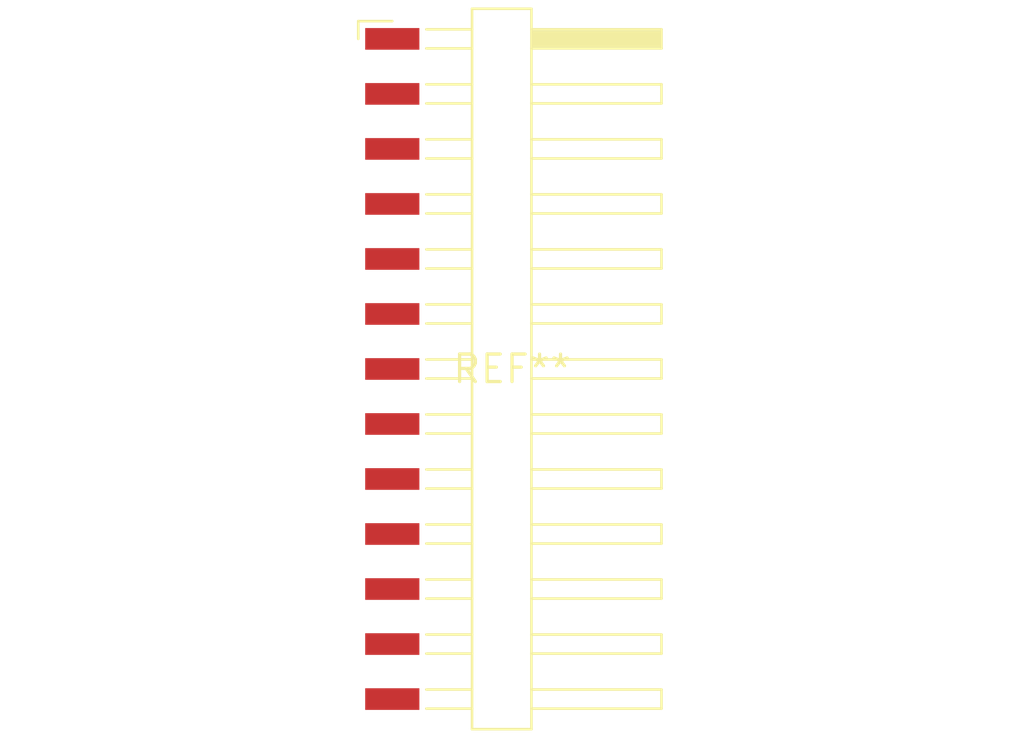
<source format=kicad_pcb>
(kicad_pcb (version 20240108) (generator pcbnew)
  (layers (0 "F.Cu" signal) (31 "B.Cu" signal) (34 "B.Paste" user) (35 "F.Paste" user) (36 "B.SilkS" user "B.Silkscreen") (37 "F.SilkS" user "F.Silkscreen") (38 "B.Mask" user) (39 "F.Mask" user) (44 "Edge.Cuts" user))
  (net 0 "")
  (footprint "Harwin_M20-89013xx_1x13_P2.54mm_Horizontal" (layer "F.Cu") (at 0 0)
    (property "Reference" "REF**")
    (property "Value" "Harwin_M20-89013xx_1x13_P2.54mm_Horizontal")
    (fp_line (start -7.095 -16.06) (end -5.525 -16.06) (layer "F.SilkS") (stroke (width 0.12)))
    (fp_line (start -7.095 -15.24) (end -7.095 -16.06) (layer "F.SilkS") (stroke (width 0.12)))
    (fp_line (start -3.955 -15.68) (end -1.845 -15.68) (layer "F.SilkS") (stroke (width 0.12)))
    (fp_line (start -3.955 -14.8) (end -1.845 -14.8) (layer "F.SilkS") (stroke (width 0.12)))
    (fp_line (start -3.955 -13.14) (end -1.845 -13.14) (layer "F.SilkS") (stroke (width 0.12)))
    (fp_line (start -3.955 -12.26) (end -1.845 -12.26) (layer "F.SilkS") (stroke (width 0.12)))
    (fp_line (start -3.955 -10.6) (end -1.845 -10.6) (layer "F.SilkS") (stroke (width 0.12)))
    (fp_line (start -3.955 -9.72) (end -1.845 -9.72) (layer "F.SilkS") (stroke (width 0.12)))
    (fp_line (start -3.955 -8.06) (end -1.845 -8.06) (layer "F.SilkS") (stroke (width 0.12)))
    (fp_line (start -3.955 -7.18) (end -1.845 -7.18) (layer "F.SilkS") (stroke (width 0.12)))
    (fp_line (start -3.955 -5.52) (end -1.845 -5.52) (layer "F.SilkS") (stroke (width 0.12)))
    (fp_line (start -3.955 -4.64) (end -1.845 -4.64) (layer "F.SilkS") (stroke (width 0.12)))
    (fp_line (start -3.955 -2.98) (end -1.845 -2.98) (layer "F.SilkS") (stroke (width 0.12)))
    (fp_line (start -3.955 -2.1) (end -1.845 -2.1) (layer "F.SilkS") (stroke (width 0.12)))
    (fp_line (start -3.955 -0.44) (end -1.845 -0.44) (layer "F.SilkS") (stroke (width 0.12)))
    (fp_line (start -3.955 0.44) (end -1.845 0.44) (layer "F.SilkS") (stroke (width 0.12)))
    (fp_line (start -3.955 2.1) (end -1.845 2.1) (layer "F.SilkS") (stroke (width 0.12)))
    (fp_line (start -3.955 2.98) (end -1.845 2.98) (layer "F.SilkS") (stroke (width 0.12)))
    (fp_line (start -3.955 4.64) (end -1.845 4.64) (layer "F.SilkS") (stroke (width 0.12)))
    (fp_line (start -3.955 5.52) (end -1.845 5.52) (layer "F.SilkS") (stroke (width 0.12)))
    (fp_line (start -3.955 7.18) (end -1.845 7.18) (layer "F.SilkS") (stroke (width 0.12)))
    (fp_line (start -3.955 8.06) (end -1.845 8.06) (layer "F.SilkS") (stroke (width 0.12)))
    (fp_line (start -3.955 9.72) (end -1.845 9.72) (layer "F.SilkS") (stroke (width 0.12)))
    (fp_line (start -3.955 10.6) (end -1.845 10.6) (layer "F.SilkS") (stroke (width 0.12)))
    (fp_line (start -3.955 12.26) (end -1.845 12.26) (layer "F.SilkS") (stroke (width 0.12)))
    (fp_line (start -3.955 13.14) (end -1.845 13.14) (layer "F.SilkS") (stroke (width 0.12)))
    (fp_line (start -3.955 14.8) (end -1.845 14.8) (layer "F.SilkS") (stroke (width 0.12)))
    (fp_line (start -3.955 15.68) (end -1.845 15.68) (layer "F.SilkS") (stroke (width 0.12)))
    (fp_line (start -1.845 -16.63) (end 0.895 -16.63) (layer "F.SilkS") (stroke (width 0.12)))
    (fp_line (start -1.845 16.63) (end -1.845 -16.63) (layer "F.SilkS") (stroke (width 0.12)))
    (fp_line (start 0.895 -16.63) (end 0.895 16.63) (layer "F.SilkS") (stroke (width 0.12)))
    (fp_line (start 0.895 -15.68) (end 6.895 -15.68) (layer "F.SilkS") (stroke (width 0.12)))
    (fp_line (start 0.895 -13.14) (end 6.895 -13.14) (layer "F.SilkS") (stroke (width 0.12)))
    (fp_line (start 0.895 -10.6) (end 6.895 -10.6) (layer "F.SilkS") (stroke (width 0.12)))
    (fp_line (start 0.895 -8.06) (end 6.895 -8.06) (layer "F.SilkS") (stroke (width 0.12)))
    (fp_line (start 0.895 -5.52) (end 6.895 -5.52) (layer "F.SilkS") (stroke (width 0.12)))
    (fp_line (start 0.895 -2.98) (end 6.895 -2.98) (layer "F.SilkS") (stroke (width 0.12)))
    (fp_line (start 0.895 -0.44) (end 6.895 -0.44) (layer "F.SilkS") (stroke (width 0.12)))
    (fp_line (start 0.895 2.1) (end 6.895 2.1) (layer "F.SilkS") (stroke (width 0.12)))
    (fp_line (start 0.895 4.64) (end 6.895 4.64) (layer "F.SilkS") (stroke (width 0.12)))
    (fp_line (start 0.895 7.18) (end 6.895 7.18) (layer "F.SilkS") (stroke (width 0.12)))
    (fp_line (start 0.895 9.72) (end 6.895 9.72) (layer "F.SilkS") (stroke (width 0.12)))
    (fp_line (start 0.895 12.26) (end 6.895 12.26) (layer "F.SilkS") (stroke (width 0.12)))
    (fp_line (start 0.895 14.8) (end 6.895 14.8) (layer "F.SilkS") (stroke (width 0.12)))
    (fp_line (start 0.895 16.63) (end -1.845 16.63) (layer "F.SilkS") (stroke (width 0.12)))
    (fp_line (start 6.895 -15.68) (end 6.895 -14.8) (layer "F.SilkS") (stroke (width 0.12)))
    (fp_line (start 6.895 -14.8) (end 0.895 -14.8) (layer "F.SilkS") (stroke (width 0.12)))
    (fp_line (start 6.895 -13.14) (end 6.895 -12.26) (layer "F.SilkS") (stroke (width 0.12)))
    (fp_line (start 6.895 -12.26) (end 0.895 -12.26) (layer "F.SilkS") (stroke (width 0.12)))
    (fp_line (start 6.895 -10.6) (end 6.895 -9.72) (layer "F.SilkS") (stroke (width 0.12)))
    (fp_line (start 6.895 -9.72) (end 0.895 -9.72) (layer "F.SilkS") (stroke (width 0.12)))
    (fp_line (start 6.895 -8.06) (end 6.895 -7.18) (layer "F.SilkS") (stroke (width 0.12)))
    (fp_line (start 6.895 -7.18) (end 0.895 -7.18) (layer "F.SilkS") (stroke (width 0.12)))
    (fp_line (start 6.895 -5.52) (end 6.895 -4.64) (layer "F.SilkS") (stroke (width 0.12)))
    (fp_line (start 6.895 -4.64) (end 0.895 -4.64) (layer "F.SilkS") (stroke (width 0.12)))
    (fp_line (start 6.895 -2.98) (end 6.895 -2.1) (layer "F.SilkS") (stroke (width 0.12)))
    (fp_line (start 6.895 -2.1) (end 0.895 -2.1) (layer "F.SilkS") (stroke (width 0.12)))
    (fp_line (start 6.895 -0.44) (end 6.895 0.44) (layer "F.SilkS") (stroke (width 0.12)))
    (fp_line (start 6.895 0.44) (end 0.895 0.44) (layer "F.SilkS") (stroke (width 0.12)))
    (fp_line (start 6.895 2.1) (end 6.895 2.98) (layer "F.SilkS") (stroke (width 0.12)))
    (fp_line (start 6.895 2.98) (end 0.895 2.98) (layer "F.SilkS") (stroke (width 0.12)))
    (fp_line (start 6.895 4.64) (end 6.895 5.52) (layer "F.SilkS") (stroke (width 0.12)))
    (fp_line (start 6.895 5.52) (end 0.895 5.52) (layer "F.SilkS") (stroke (width 0.12)))
    (fp_line (start 6.895 7.18) (end 6.895 8.06) (layer "F.SilkS") (stroke (width 0.12)))
    (fp_line (start 6.895 8.06) (end 0.895 8.06) (layer "F.SilkS") (stroke (width 0.12)))
    (fp_line (start 6.895 9.72) (end 6.895 10.6) (layer "F.SilkS") (stroke (width 0.12)))
    (fp_line (start 6.895 10.6) (end 0.895 10.6) (layer "F.SilkS") (stroke (width 0.12)))
    (fp_line (start 6.895 12.26) (end 6.895 13.14) (layer "F.SilkS") (stroke (width 0.12)))
    (fp_line (start 6.895 13.14) (end 0.895 13.14) (layer "F.SilkS") (stroke (width 0.12)))
    (fp_line (start 6.895 14.8) (end 6.895 15.68) (layer "F.SilkS") (stroke (width 0.12)))
    (fp_line (start 6.895 15.68) (end 0.895 15.68) (layer "F.SilkS") (stroke (width 0.12)))
    (pad "" smd rect (at 3.895 -15.24) (size 6 0.76) (layers "F.SilkS"))
    (pad "1" smd rect (at -5.525 -15.24) (size 2.5 1) (layers "F.Cu" "F.Paste" "F.Mask"))
    (pad "2" smd rect (at -5.525 -12.7) (size 2.5 1) (layers "F.Cu" "F.Paste" "F.Mask"))
    (pad "3" smd rect (at -5.525 -10.16) (size 2.5 1) (layers "F.Cu" "F.Paste" "F.Mask"))
    (pad "4" smd rect (at -5.525 -7.62) (size 2.5 1) (layers "F.Cu" "F.Paste" "F.Mask"))
    (pad "5" smd rect (at -5.525 -5.08) (size 2.5 1) (layers "F.Cu" "F.Paste" "F.Mask"))
    (pad "6" smd rect (at -5.525 -2.54) (size 2.5 1) (layers "F.Cu" "F.Paste" "F.Mask"))
    (pad "7" smd rect (at -5.525 0) (size 2.5 1) (layers "F.Cu" "F.Paste" "F.Mask"))
    (pad "8" smd rect (at -5.525 2.54) (size 2.5 1) (layers "F.Cu" "F.Paste" "F.Mask"))
    (pad "9" smd rect (at -5.525 5.08) (size 2.5 1) (layers "F.Cu" "F.Paste" "F.Mask"))
    (pad "10" smd rect (at -5.525 7.62) (size 2.5 1) (layers "F.Cu" "F.Paste" "F.Mask"))
    (pad "11" smd rect (at -5.525 10.16) (size 2.5 1) (layers "F.Cu" "F.Paste" "F.Mask"))
    (pad "12" smd rect (at -5.525 12.7) (size 2.5 1) (layers "F.Cu" "F.Paste" "F.Mask"))
    (pad "13" smd rect (at -5.525 15.24) (size 2.5 1) (layers "F.Cu" "F.Paste" "F.Mask"))
  )
)
</source>
